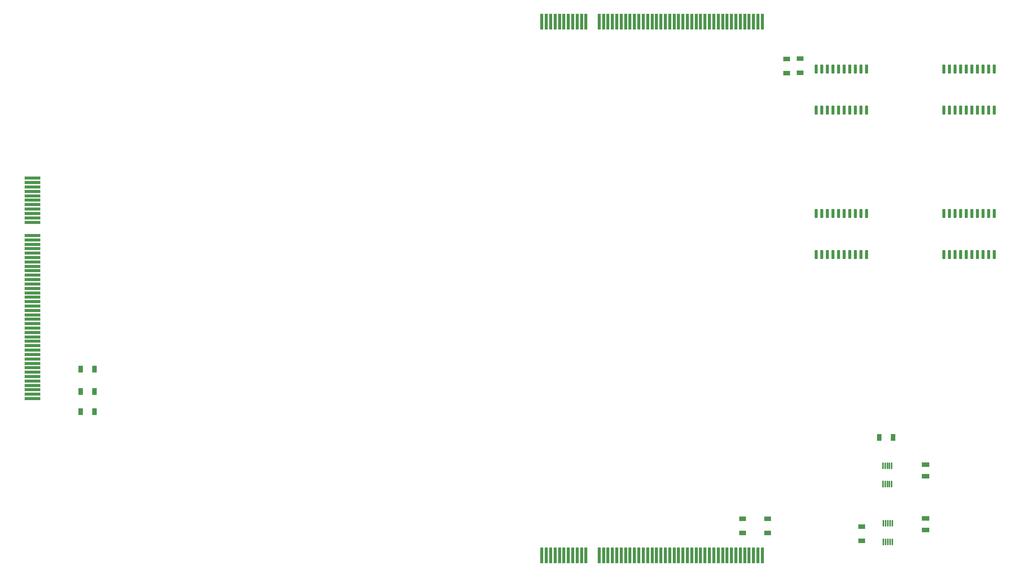
<source format=gtp>
G04*
G04 #@! TF.GenerationSoftware,Altium Limited,Altium Designer,22.11.1 (43)*
G04*
G04 Layer_Color=8421504*
%FSLAX25Y25*%
%MOIN*%
G70*
G04*
G04 #@! TF.SameCoordinates,87513E5D-72A9-4567-85CC-5DF515F27F8F*
G04*
G04*
G04 #@! TF.FilePolarity,Positive*
G04*
G01*
G75*
%ADD16R,0.01378X0.06128*%
G04:AMPARAMS|DCode=17|XSize=61.28mil|YSize=13.78mil|CornerRadius=6.89mil|HoleSize=0mil|Usage=FLASHONLY|Rotation=90.000|XOffset=0mil|YOffset=0mil|HoleType=Round|Shape=RoundedRectangle|*
%AMROUNDEDRECTD17*
21,1,0.06128,0.00000,0,0,90.0*
21,1,0.04750,0.01378,0,0,90.0*
1,1,0.01378,0.00000,0.02375*
1,1,0.01378,0.00000,-0.02375*
1,1,0.01378,0.00000,-0.02375*
1,1,0.01378,0.00000,0.02375*
%
%ADD17ROUNDEDRECTD17*%
%ADD18R,0.03937X0.05906*%
%ADD19R,0.05906X0.03937*%
%ADD20R,0.06693X0.04331*%
%ADD21R,0.02756X0.14173*%
%ADD22R,0.14173X0.02756*%
G04:AMPARAMS|DCode=23|XSize=78.74mil|YSize=23.62mil|CornerRadius=2.01mil|HoleSize=0mil|Usage=FLASHONLY|Rotation=90.000|XOffset=0mil|YOffset=0mil|HoleType=Round|Shape=RoundedRectangle|*
%AMROUNDEDRECTD23*
21,1,0.07874,0.01961,0,0,90.0*
21,1,0.07472,0.02362,0,0,90.0*
1,1,0.00402,0.00980,0.03736*
1,1,0.00402,0.00980,-0.03736*
1,1,0.00402,-0.00980,-0.03736*
1,1,0.00402,-0.00980,0.03736*
%
%ADD23ROUNDEDRECTD23*%
D16*
X831063Y135229D02*
D03*
X831563Y83729D02*
D03*
D17*
X833031Y135229D02*
D03*
X835000D02*
D03*
X836969D02*
D03*
X838937D02*
D03*
Y151771D02*
D03*
X836969D02*
D03*
X835000D02*
D03*
X833031D02*
D03*
X831063D02*
D03*
X833531Y83729D02*
D03*
X835500D02*
D03*
X837469D02*
D03*
X839437D02*
D03*
Y100271D02*
D03*
X837469D02*
D03*
X835500D02*
D03*
X833531D02*
D03*
X831563D02*
D03*
D18*
X840299Y177000D02*
D03*
X827701D02*
D03*
X114701Y200000D02*
D03*
X127299D02*
D03*
X114701Y218000D02*
D03*
X127299D02*
D03*
X127299Y238000D02*
D03*
X114701D02*
D03*
D19*
X812000Y97299D02*
D03*
Y84701D02*
D03*
X757000Y515299D02*
D03*
Y502701D02*
D03*
X728293Y91701D02*
D03*
Y104299D02*
D03*
X705653Y91701D02*
D03*
Y104299D02*
D03*
X744985Y514799D02*
D03*
Y502201D02*
D03*
D20*
X869000Y104618D02*
D03*
Y94382D02*
D03*
X869000Y152618D02*
D03*
Y142382D02*
D03*
D21*
X526575Y71654D02*
D03*
X530512D02*
D03*
X534449D02*
D03*
X538386D02*
D03*
X542323D02*
D03*
X546260D02*
D03*
X550197D02*
D03*
X554134D02*
D03*
X558071D02*
D03*
X562008D02*
D03*
X565945D02*
D03*
X577756D02*
D03*
X581693D02*
D03*
X585630D02*
D03*
X589567D02*
D03*
X593504D02*
D03*
X597441D02*
D03*
X601378D02*
D03*
X605315D02*
D03*
X609252D02*
D03*
X613189D02*
D03*
X617126D02*
D03*
X621063D02*
D03*
X625000D02*
D03*
X628937D02*
D03*
X632874D02*
D03*
X636811D02*
D03*
X640748D02*
D03*
X644685D02*
D03*
X648622D02*
D03*
X652559D02*
D03*
X656496D02*
D03*
X660433D02*
D03*
X664370D02*
D03*
X668307D02*
D03*
X672244D02*
D03*
X676181D02*
D03*
X680118D02*
D03*
X684055D02*
D03*
X687992D02*
D03*
X691929D02*
D03*
X695866D02*
D03*
X699803D02*
D03*
X703740D02*
D03*
X707677D02*
D03*
X711614D02*
D03*
X715551D02*
D03*
X719488D02*
D03*
X723425D02*
D03*
Y548413D02*
D03*
X719488D02*
D03*
X715551D02*
D03*
X711614D02*
D03*
X707677D02*
D03*
X703740D02*
D03*
X699803D02*
D03*
X695866D02*
D03*
X691929D02*
D03*
X687992D02*
D03*
X684055D02*
D03*
X680118D02*
D03*
X676181D02*
D03*
X672244D02*
D03*
X668307D02*
D03*
X664370D02*
D03*
X660433D02*
D03*
X656496D02*
D03*
X652559D02*
D03*
X648622D02*
D03*
X644685D02*
D03*
X640748D02*
D03*
X636811D02*
D03*
X632874D02*
D03*
X628937D02*
D03*
X625000D02*
D03*
X621063D02*
D03*
X617126D02*
D03*
X613189D02*
D03*
X609252D02*
D03*
X605315D02*
D03*
X601378D02*
D03*
X597441D02*
D03*
X593504D02*
D03*
X589567D02*
D03*
X585630D02*
D03*
X581693D02*
D03*
X577756D02*
D03*
X565945D02*
D03*
X562008D02*
D03*
X558071D02*
D03*
X554134D02*
D03*
X550197D02*
D03*
X546260D02*
D03*
X542323D02*
D03*
X538386D02*
D03*
X534449D02*
D03*
X530512D02*
D03*
X526575D02*
D03*
D22*
X71654Y408477D02*
D03*
Y404540D02*
D03*
Y400603D02*
D03*
Y396666D02*
D03*
Y392729D02*
D03*
Y388792D02*
D03*
Y384855D02*
D03*
Y380918D02*
D03*
Y376981D02*
D03*
Y373044D02*
D03*
Y369107D02*
D03*
Y357296D02*
D03*
Y353359D02*
D03*
Y349422D02*
D03*
Y345485D02*
D03*
Y341548D02*
D03*
Y337611D02*
D03*
Y333674D02*
D03*
Y329737D02*
D03*
Y325800D02*
D03*
Y321863D02*
D03*
Y317926D02*
D03*
Y313989D02*
D03*
Y310052D02*
D03*
Y306115D02*
D03*
Y302178D02*
D03*
Y298241D02*
D03*
Y294304D02*
D03*
Y290367D02*
D03*
Y286430D02*
D03*
Y282493D02*
D03*
Y278556D02*
D03*
Y274619D02*
D03*
Y270682D02*
D03*
Y266745D02*
D03*
Y262808D02*
D03*
Y258871D02*
D03*
Y254934D02*
D03*
Y250997D02*
D03*
Y247060D02*
D03*
Y243123D02*
D03*
Y239186D02*
D03*
Y235249D02*
D03*
Y231312D02*
D03*
Y227375D02*
D03*
Y223438D02*
D03*
Y219501D02*
D03*
Y215564D02*
D03*
Y211627D02*
D03*
D23*
X771500Y505850D02*
D03*
X776500D02*
D03*
X781500D02*
D03*
X786500D02*
D03*
X791500D02*
D03*
X796500D02*
D03*
X801500D02*
D03*
X806500D02*
D03*
X811500D02*
D03*
X816500D02*
D03*
Y469236D02*
D03*
X811500D02*
D03*
X806500D02*
D03*
X801500D02*
D03*
X796500D02*
D03*
X791500D02*
D03*
X786500D02*
D03*
X781500D02*
D03*
X776500D02*
D03*
X771500D02*
D03*
X885500Y505850D02*
D03*
X890500D02*
D03*
X895500D02*
D03*
X900500D02*
D03*
X905500D02*
D03*
X910500D02*
D03*
X915500D02*
D03*
X920500D02*
D03*
X925500D02*
D03*
X930500D02*
D03*
Y469236D02*
D03*
X925500D02*
D03*
X920500D02*
D03*
X915500D02*
D03*
X910500D02*
D03*
X905500D02*
D03*
X900500D02*
D03*
X895500D02*
D03*
X890500D02*
D03*
X885500D02*
D03*
X771500Y340429D02*
D03*
X776500D02*
D03*
X781500D02*
D03*
X786500D02*
D03*
X791500D02*
D03*
X796500D02*
D03*
X801500D02*
D03*
X806500D02*
D03*
X811500D02*
D03*
X816500D02*
D03*
Y377043D02*
D03*
X811500D02*
D03*
X806500D02*
D03*
X801500D02*
D03*
X796500D02*
D03*
X791500D02*
D03*
X786500D02*
D03*
X781500D02*
D03*
X776500D02*
D03*
X771500D02*
D03*
X885500Y340429D02*
D03*
X890500D02*
D03*
X895500D02*
D03*
X900500D02*
D03*
X905500D02*
D03*
X910500D02*
D03*
X915500D02*
D03*
X920500D02*
D03*
X925500D02*
D03*
X930500D02*
D03*
Y377043D02*
D03*
X925500D02*
D03*
X920500D02*
D03*
X915500D02*
D03*
X910500D02*
D03*
X905500D02*
D03*
X900500D02*
D03*
X895500D02*
D03*
X890500D02*
D03*
X885500D02*
D03*
M02*

</source>
